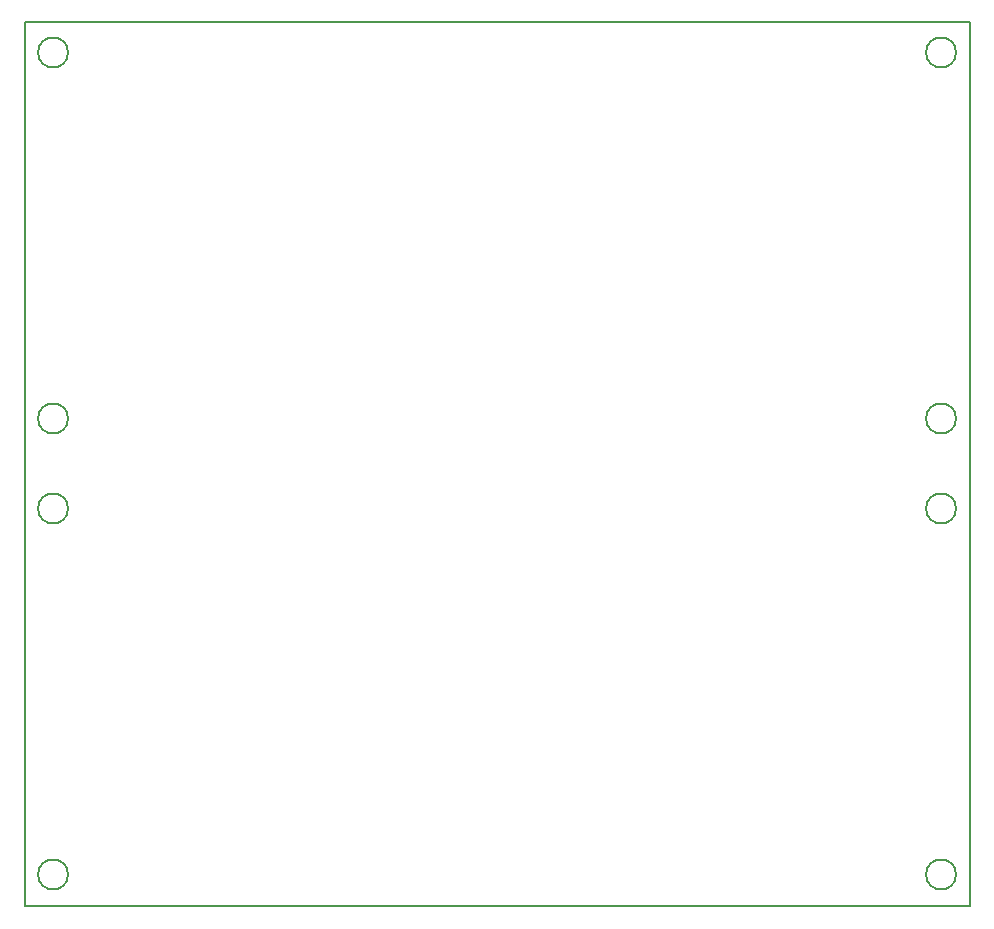
<source format=gbr>
G04 #@! TF.FileFunction,Profile,NP*
%FSLAX46Y46*%
G04 Gerber Fmt 4.6, Leading zero omitted, Abs format (unit mm)*
G04 Created by KiCad (PCBNEW 4.0.6) date 09/30/17 10:47:33*
%MOMM*%
%LPD*%
G01*
G04 APERTURE LIST*
%ADD10C,0.100000*%
%ADD11C,0.150000*%
G04 APERTURE END LIST*
D10*
D11*
X99568000Y-98298000D02*
G75*
G03X99568000Y-98298000I-1270000J0D01*
G01*
X99568000Y-129286000D02*
G75*
G03X99568000Y-129286000I-1270000J0D01*
G01*
X175895000Y-93345000D02*
X175895000Y-95758000D01*
X95885000Y-93345000D02*
X95885000Y-95758000D01*
X95885000Y-95758000D02*
X95885000Y-131953000D01*
X175895000Y-95758000D02*
X175895000Y-131953000D01*
X95885000Y-131953000D02*
X175895000Y-131953000D01*
X174752000Y-129286000D02*
G75*
G03X174752000Y-129286000I-1270000J0D01*
G01*
X174752000Y-98298000D02*
G75*
G03X174752000Y-98298000I-1270000J0D01*
G01*
X174752000Y-59690000D02*
G75*
G03X174752000Y-59690000I-1270000J0D01*
G01*
X174752000Y-90678000D02*
G75*
G03X174752000Y-90678000I-1270000J0D01*
G01*
X99568000Y-90678000D02*
G75*
G03X99568000Y-90678000I-1270000J0D01*
G01*
X99568000Y-59690000D02*
G75*
G03X99568000Y-59690000I-1270000J0D01*
G01*
X175895000Y-57150000D02*
X95885000Y-57150000D01*
X175895000Y-57150000D02*
X175895000Y-93345000D01*
X95885000Y-57150000D02*
X95885000Y-93345000D01*
M02*

</source>
